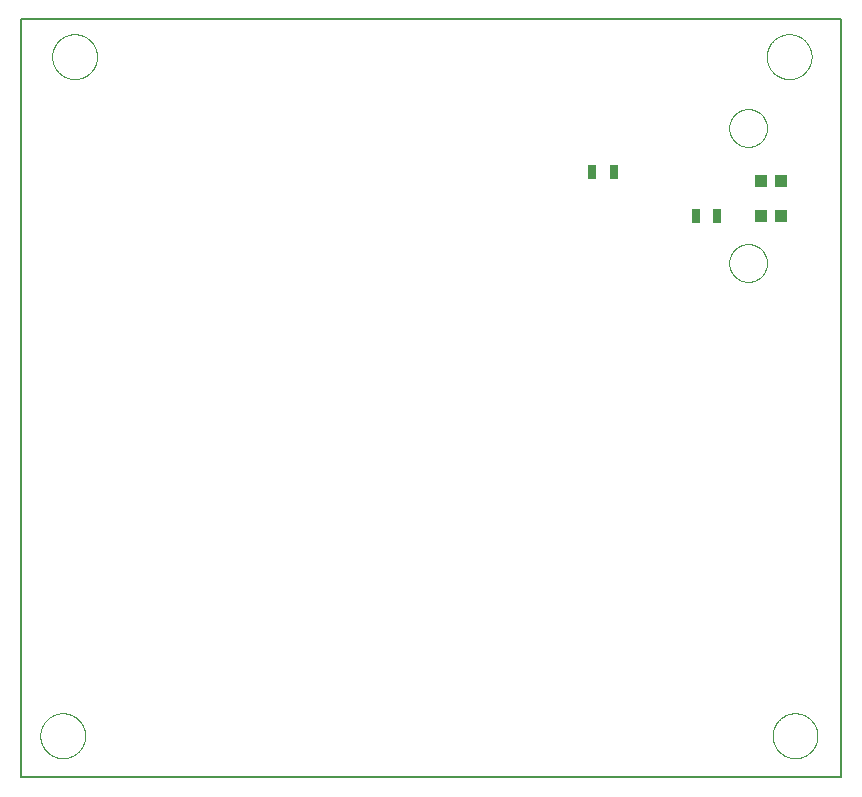
<source format=gbp>
G75*
%MOIN*%
%OFA0B0*%
%FSLAX25Y25*%
%IPPOS*%
%LPD*%
%AMOC8*
5,1,8,0,0,1.08239X$1,22.5*
%
%ADD10C,0.00600*%
%ADD11C,0.00000*%
%ADD12R,0.03150X0.04724*%
%ADD13R,0.03937X0.04331*%
D10*
X0015315Y0001300D02*
X0015315Y0253859D01*
X0288346Y0253859D01*
X0288346Y0001300D01*
X0015315Y0001300D01*
D11*
X0021614Y0015080D02*
X0021616Y0015264D01*
X0021623Y0015447D01*
X0021634Y0015630D01*
X0021650Y0015813D01*
X0021670Y0015996D01*
X0021695Y0016178D01*
X0021724Y0016359D01*
X0021758Y0016539D01*
X0021796Y0016719D01*
X0021838Y0016897D01*
X0021885Y0017075D01*
X0021936Y0017251D01*
X0021992Y0017426D01*
X0022051Y0017600D01*
X0022115Y0017772D01*
X0022183Y0017942D01*
X0022256Y0018111D01*
X0022332Y0018278D01*
X0022413Y0018443D01*
X0022497Y0018606D01*
X0022586Y0018767D01*
X0022678Y0018925D01*
X0022774Y0019082D01*
X0022875Y0019236D01*
X0022978Y0019387D01*
X0023086Y0019536D01*
X0023197Y0019682D01*
X0023312Y0019825D01*
X0023430Y0019966D01*
X0023552Y0020103D01*
X0023677Y0020238D01*
X0023805Y0020369D01*
X0023936Y0020497D01*
X0024071Y0020622D01*
X0024208Y0020744D01*
X0024349Y0020862D01*
X0024492Y0020977D01*
X0024638Y0021088D01*
X0024787Y0021196D01*
X0024938Y0021299D01*
X0025092Y0021400D01*
X0025249Y0021496D01*
X0025407Y0021588D01*
X0025568Y0021677D01*
X0025731Y0021761D01*
X0025896Y0021842D01*
X0026063Y0021918D01*
X0026232Y0021991D01*
X0026402Y0022059D01*
X0026574Y0022123D01*
X0026748Y0022182D01*
X0026923Y0022238D01*
X0027099Y0022289D01*
X0027277Y0022336D01*
X0027455Y0022378D01*
X0027635Y0022416D01*
X0027815Y0022450D01*
X0027996Y0022479D01*
X0028178Y0022504D01*
X0028361Y0022524D01*
X0028544Y0022540D01*
X0028727Y0022551D01*
X0028910Y0022558D01*
X0029094Y0022560D01*
X0029278Y0022558D01*
X0029461Y0022551D01*
X0029644Y0022540D01*
X0029827Y0022524D01*
X0030010Y0022504D01*
X0030192Y0022479D01*
X0030373Y0022450D01*
X0030553Y0022416D01*
X0030733Y0022378D01*
X0030911Y0022336D01*
X0031089Y0022289D01*
X0031265Y0022238D01*
X0031440Y0022182D01*
X0031614Y0022123D01*
X0031786Y0022059D01*
X0031956Y0021991D01*
X0032125Y0021918D01*
X0032292Y0021842D01*
X0032457Y0021761D01*
X0032620Y0021677D01*
X0032781Y0021588D01*
X0032939Y0021496D01*
X0033096Y0021400D01*
X0033250Y0021299D01*
X0033401Y0021196D01*
X0033550Y0021088D01*
X0033696Y0020977D01*
X0033839Y0020862D01*
X0033980Y0020744D01*
X0034117Y0020622D01*
X0034252Y0020497D01*
X0034383Y0020369D01*
X0034511Y0020238D01*
X0034636Y0020103D01*
X0034758Y0019966D01*
X0034876Y0019825D01*
X0034991Y0019682D01*
X0035102Y0019536D01*
X0035210Y0019387D01*
X0035313Y0019236D01*
X0035414Y0019082D01*
X0035510Y0018925D01*
X0035602Y0018767D01*
X0035691Y0018606D01*
X0035775Y0018443D01*
X0035856Y0018278D01*
X0035932Y0018111D01*
X0036005Y0017942D01*
X0036073Y0017772D01*
X0036137Y0017600D01*
X0036196Y0017426D01*
X0036252Y0017251D01*
X0036303Y0017075D01*
X0036350Y0016897D01*
X0036392Y0016719D01*
X0036430Y0016539D01*
X0036464Y0016359D01*
X0036493Y0016178D01*
X0036518Y0015996D01*
X0036538Y0015813D01*
X0036554Y0015630D01*
X0036565Y0015447D01*
X0036572Y0015264D01*
X0036574Y0015080D01*
X0036572Y0014896D01*
X0036565Y0014713D01*
X0036554Y0014530D01*
X0036538Y0014347D01*
X0036518Y0014164D01*
X0036493Y0013982D01*
X0036464Y0013801D01*
X0036430Y0013621D01*
X0036392Y0013441D01*
X0036350Y0013263D01*
X0036303Y0013085D01*
X0036252Y0012909D01*
X0036196Y0012734D01*
X0036137Y0012560D01*
X0036073Y0012388D01*
X0036005Y0012218D01*
X0035932Y0012049D01*
X0035856Y0011882D01*
X0035775Y0011717D01*
X0035691Y0011554D01*
X0035602Y0011393D01*
X0035510Y0011235D01*
X0035414Y0011078D01*
X0035313Y0010924D01*
X0035210Y0010773D01*
X0035102Y0010624D01*
X0034991Y0010478D01*
X0034876Y0010335D01*
X0034758Y0010194D01*
X0034636Y0010057D01*
X0034511Y0009922D01*
X0034383Y0009791D01*
X0034252Y0009663D01*
X0034117Y0009538D01*
X0033980Y0009416D01*
X0033839Y0009298D01*
X0033696Y0009183D01*
X0033550Y0009072D01*
X0033401Y0008964D01*
X0033250Y0008861D01*
X0033096Y0008760D01*
X0032939Y0008664D01*
X0032781Y0008572D01*
X0032620Y0008483D01*
X0032457Y0008399D01*
X0032292Y0008318D01*
X0032125Y0008242D01*
X0031956Y0008169D01*
X0031786Y0008101D01*
X0031614Y0008037D01*
X0031440Y0007978D01*
X0031265Y0007922D01*
X0031089Y0007871D01*
X0030911Y0007824D01*
X0030733Y0007782D01*
X0030553Y0007744D01*
X0030373Y0007710D01*
X0030192Y0007681D01*
X0030010Y0007656D01*
X0029827Y0007636D01*
X0029644Y0007620D01*
X0029461Y0007609D01*
X0029278Y0007602D01*
X0029094Y0007600D01*
X0028910Y0007602D01*
X0028727Y0007609D01*
X0028544Y0007620D01*
X0028361Y0007636D01*
X0028178Y0007656D01*
X0027996Y0007681D01*
X0027815Y0007710D01*
X0027635Y0007744D01*
X0027455Y0007782D01*
X0027277Y0007824D01*
X0027099Y0007871D01*
X0026923Y0007922D01*
X0026748Y0007978D01*
X0026574Y0008037D01*
X0026402Y0008101D01*
X0026232Y0008169D01*
X0026063Y0008242D01*
X0025896Y0008318D01*
X0025731Y0008399D01*
X0025568Y0008483D01*
X0025407Y0008572D01*
X0025249Y0008664D01*
X0025092Y0008760D01*
X0024938Y0008861D01*
X0024787Y0008964D01*
X0024638Y0009072D01*
X0024492Y0009183D01*
X0024349Y0009298D01*
X0024208Y0009416D01*
X0024071Y0009538D01*
X0023936Y0009663D01*
X0023805Y0009791D01*
X0023677Y0009922D01*
X0023552Y0010057D01*
X0023430Y0010194D01*
X0023312Y0010335D01*
X0023197Y0010478D01*
X0023086Y0010624D01*
X0022978Y0010773D01*
X0022875Y0010924D01*
X0022774Y0011078D01*
X0022678Y0011235D01*
X0022586Y0011393D01*
X0022497Y0011554D01*
X0022413Y0011717D01*
X0022332Y0011882D01*
X0022256Y0012049D01*
X0022183Y0012218D01*
X0022115Y0012388D01*
X0022051Y0012560D01*
X0021992Y0012734D01*
X0021936Y0012909D01*
X0021885Y0013085D01*
X0021838Y0013263D01*
X0021796Y0013441D01*
X0021758Y0013621D01*
X0021724Y0013801D01*
X0021695Y0013982D01*
X0021670Y0014164D01*
X0021650Y0014347D01*
X0021634Y0014530D01*
X0021623Y0014713D01*
X0021616Y0014896D01*
X0021614Y0015080D01*
X0251240Y0172658D02*
X0251242Y0172816D01*
X0251248Y0172974D01*
X0251258Y0173132D01*
X0251272Y0173290D01*
X0251290Y0173447D01*
X0251311Y0173604D01*
X0251337Y0173760D01*
X0251367Y0173916D01*
X0251400Y0174071D01*
X0251438Y0174224D01*
X0251479Y0174377D01*
X0251524Y0174529D01*
X0251573Y0174680D01*
X0251626Y0174829D01*
X0251682Y0174977D01*
X0251742Y0175123D01*
X0251806Y0175268D01*
X0251874Y0175411D01*
X0251945Y0175553D01*
X0252019Y0175693D01*
X0252097Y0175830D01*
X0252179Y0175966D01*
X0252263Y0176100D01*
X0252352Y0176231D01*
X0252443Y0176360D01*
X0252538Y0176487D01*
X0252635Y0176612D01*
X0252736Y0176734D01*
X0252840Y0176853D01*
X0252947Y0176970D01*
X0253057Y0177084D01*
X0253170Y0177195D01*
X0253285Y0177304D01*
X0253403Y0177409D01*
X0253524Y0177511D01*
X0253647Y0177611D01*
X0253773Y0177707D01*
X0253901Y0177800D01*
X0254031Y0177890D01*
X0254164Y0177976D01*
X0254299Y0178060D01*
X0254435Y0178139D01*
X0254574Y0178216D01*
X0254715Y0178288D01*
X0254857Y0178358D01*
X0255001Y0178423D01*
X0255147Y0178485D01*
X0255294Y0178543D01*
X0255443Y0178598D01*
X0255593Y0178649D01*
X0255744Y0178696D01*
X0255896Y0178739D01*
X0256049Y0178778D01*
X0256204Y0178814D01*
X0256359Y0178845D01*
X0256515Y0178873D01*
X0256671Y0178897D01*
X0256828Y0178917D01*
X0256986Y0178933D01*
X0257143Y0178945D01*
X0257302Y0178953D01*
X0257460Y0178957D01*
X0257618Y0178957D01*
X0257776Y0178953D01*
X0257935Y0178945D01*
X0258092Y0178933D01*
X0258250Y0178917D01*
X0258407Y0178897D01*
X0258563Y0178873D01*
X0258719Y0178845D01*
X0258874Y0178814D01*
X0259029Y0178778D01*
X0259182Y0178739D01*
X0259334Y0178696D01*
X0259485Y0178649D01*
X0259635Y0178598D01*
X0259784Y0178543D01*
X0259931Y0178485D01*
X0260077Y0178423D01*
X0260221Y0178358D01*
X0260363Y0178288D01*
X0260504Y0178216D01*
X0260643Y0178139D01*
X0260779Y0178060D01*
X0260914Y0177976D01*
X0261047Y0177890D01*
X0261177Y0177800D01*
X0261305Y0177707D01*
X0261431Y0177611D01*
X0261554Y0177511D01*
X0261675Y0177409D01*
X0261793Y0177304D01*
X0261908Y0177195D01*
X0262021Y0177084D01*
X0262131Y0176970D01*
X0262238Y0176853D01*
X0262342Y0176734D01*
X0262443Y0176612D01*
X0262540Y0176487D01*
X0262635Y0176360D01*
X0262726Y0176231D01*
X0262815Y0176100D01*
X0262899Y0175966D01*
X0262981Y0175830D01*
X0263059Y0175693D01*
X0263133Y0175553D01*
X0263204Y0175411D01*
X0263272Y0175268D01*
X0263336Y0175123D01*
X0263396Y0174977D01*
X0263452Y0174829D01*
X0263505Y0174680D01*
X0263554Y0174529D01*
X0263599Y0174377D01*
X0263640Y0174224D01*
X0263678Y0174071D01*
X0263711Y0173916D01*
X0263741Y0173760D01*
X0263767Y0173604D01*
X0263788Y0173447D01*
X0263806Y0173290D01*
X0263820Y0173132D01*
X0263830Y0172974D01*
X0263836Y0172816D01*
X0263838Y0172658D01*
X0263836Y0172500D01*
X0263830Y0172342D01*
X0263820Y0172184D01*
X0263806Y0172026D01*
X0263788Y0171869D01*
X0263767Y0171712D01*
X0263741Y0171556D01*
X0263711Y0171400D01*
X0263678Y0171245D01*
X0263640Y0171092D01*
X0263599Y0170939D01*
X0263554Y0170787D01*
X0263505Y0170636D01*
X0263452Y0170487D01*
X0263396Y0170339D01*
X0263336Y0170193D01*
X0263272Y0170048D01*
X0263204Y0169905D01*
X0263133Y0169763D01*
X0263059Y0169623D01*
X0262981Y0169486D01*
X0262899Y0169350D01*
X0262815Y0169216D01*
X0262726Y0169085D01*
X0262635Y0168956D01*
X0262540Y0168829D01*
X0262443Y0168704D01*
X0262342Y0168582D01*
X0262238Y0168463D01*
X0262131Y0168346D01*
X0262021Y0168232D01*
X0261908Y0168121D01*
X0261793Y0168012D01*
X0261675Y0167907D01*
X0261554Y0167805D01*
X0261431Y0167705D01*
X0261305Y0167609D01*
X0261177Y0167516D01*
X0261047Y0167426D01*
X0260914Y0167340D01*
X0260779Y0167256D01*
X0260643Y0167177D01*
X0260504Y0167100D01*
X0260363Y0167028D01*
X0260221Y0166958D01*
X0260077Y0166893D01*
X0259931Y0166831D01*
X0259784Y0166773D01*
X0259635Y0166718D01*
X0259485Y0166667D01*
X0259334Y0166620D01*
X0259182Y0166577D01*
X0259029Y0166538D01*
X0258874Y0166502D01*
X0258719Y0166471D01*
X0258563Y0166443D01*
X0258407Y0166419D01*
X0258250Y0166399D01*
X0258092Y0166383D01*
X0257935Y0166371D01*
X0257776Y0166363D01*
X0257618Y0166359D01*
X0257460Y0166359D01*
X0257302Y0166363D01*
X0257143Y0166371D01*
X0256986Y0166383D01*
X0256828Y0166399D01*
X0256671Y0166419D01*
X0256515Y0166443D01*
X0256359Y0166471D01*
X0256204Y0166502D01*
X0256049Y0166538D01*
X0255896Y0166577D01*
X0255744Y0166620D01*
X0255593Y0166667D01*
X0255443Y0166718D01*
X0255294Y0166773D01*
X0255147Y0166831D01*
X0255001Y0166893D01*
X0254857Y0166958D01*
X0254715Y0167028D01*
X0254574Y0167100D01*
X0254435Y0167177D01*
X0254299Y0167256D01*
X0254164Y0167340D01*
X0254031Y0167426D01*
X0253901Y0167516D01*
X0253773Y0167609D01*
X0253647Y0167705D01*
X0253524Y0167805D01*
X0253403Y0167907D01*
X0253285Y0168012D01*
X0253170Y0168121D01*
X0253057Y0168232D01*
X0252947Y0168346D01*
X0252840Y0168463D01*
X0252736Y0168582D01*
X0252635Y0168704D01*
X0252538Y0168829D01*
X0252443Y0168956D01*
X0252352Y0169085D01*
X0252263Y0169216D01*
X0252179Y0169350D01*
X0252097Y0169486D01*
X0252019Y0169623D01*
X0251945Y0169763D01*
X0251874Y0169905D01*
X0251806Y0170048D01*
X0251742Y0170193D01*
X0251682Y0170339D01*
X0251626Y0170487D01*
X0251573Y0170636D01*
X0251524Y0170787D01*
X0251479Y0170939D01*
X0251438Y0171092D01*
X0251400Y0171245D01*
X0251367Y0171400D01*
X0251337Y0171556D01*
X0251311Y0171712D01*
X0251290Y0171869D01*
X0251272Y0172026D01*
X0251258Y0172184D01*
X0251248Y0172342D01*
X0251242Y0172500D01*
X0251240Y0172658D01*
X0251240Y0217658D02*
X0251242Y0217816D01*
X0251248Y0217974D01*
X0251258Y0218132D01*
X0251272Y0218290D01*
X0251290Y0218447D01*
X0251311Y0218604D01*
X0251337Y0218760D01*
X0251367Y0218916D01*
X0251400Y0219071D01*
X0251438Y0219224D01*
X0251479Y0219377D01*
X0251524Y0219529D01*
X0251573Y0219680D01*
X0251626Y0219829D01*
X0251682Y0219977D01*
X0251742Y0220123D01*
X0251806Y0220268D01*
X0251874Y0220411D01*
X0251945Y0220553D01*
X0252019Y0220693D01*
X0252097Y0220830D01*
X0252179Y0220966D01*
X0252263Y0221100D01*
X0252352Y0221231D01*
X0252443Y0221360D01*
X0252538Y0221487D01*
X0252635Y0221612D01*
X0252736Y0221734D01*
X0252840Y0221853D01*
X0252947Y0221970D01*
X0253057Y0222084D01*
X0253170Y0222195D01*
X0253285Y0222304D01*
X0253403Y0222409D01*
X0253524Y0222511D01*
X0253647Y0222611D01*
X0253773Y0222707D01*
X0253901Y0222800D01*
X0254031Y0222890D01*
X0254164Y0222976D01*
X0254299Y0223060D01*
X0254435Y0223139D01*
X0254574Y0223216D01*
X0254715Y0223288D01*
X0254857Y0223358D01*
X0255001Y0223423D01*
X0255147Y0223485D01*
X0255294Y0223543D01*
X0255443Y0223598D01*
X0255593Y0223649D01*
X0255744Y0223696D01*
X0255896Y0223739D01*
X0256049Y0223778D01*
X0256204Y0223814D01*
X0256359Y0223845D01*
X0256515Y0223873D01*
X0256671Y0223897D01*
X0256828Y0223917D01*
X0256986Y0223933D01*
X0257143Y0223945D01*
X0257302Y0223953D01*
X0257460Y0223957D01*
X0257618Y0223957D01*
X0257776Y0223953D01*
X0257935Y0223945D01*
X0258092Y0223933D01*
X0258250Y0223917D01*
X0258407Y0223897D01*
X0258563Y0223873D01*
X0258719Y0223845D01*
X0258874Y0223814D01*
X0259029Y0223778D01*
X0259182Y0223739D01*
X0259334Y0223696D01*
X0259485Y0223649D01*
X0259635Y0223598D01*
X0259784Y0223543D01*
X0259931Y0223485D01*
X0260077Y0223423D01*
X0260221Y0223358D01*
X0260363Y0223288D01*
X0260504Y0223216D01*
X0260643Y0223139D01*
X0260779Y0223060D01*
X0260914Y0222976D01*
X0261047Y0222890D01*
X0261177Y0222800D01*
X0261305Y0222707D01*
X0261431Y0222611D01*
X0261554Y0222511D01*
X0261675Y0222409D01*
X0261793Y0222304D01*
X0261908Y0222195D01*
X0262021Y0222084D01*
X0262131Y0221970D01*
X0262238Y0221853D01*
X0262342Y0221734D01*
X0262443Y0221612D01*
X0262540Y0221487D01*
X0262635Y0221360D01*
X0262726Y0221231D01*
X0262815Y0221100D01*
X0262899Y0220966D01*
X0262981Y0220830D01*
X0263059Y0220693D01*
X0263133Y0220553D01*
X0263204Y0220411D01*
X0263272Y0220268D01*
X0263336Y0220123D01*
X0263396Y0219977D01*
X0263452Y0219829D01*
X0263505Y0219680D01*
X0263554Y0219529D01*
X0263599Y0219377D01*
X0263640Y0219224D01*
X0263678Y0219071D01*
X0263711Y0218916D01*
X0263741Y0218760D01*
X0263767Y0218604D01*
X0263788Y0218447D01*
X0263806Y0218290D01*
X0263820Y0218132D01*
X0263830Y0217974D01*
X0263836Y0217816D01*
X0263838Y0217658D01*
X0263836Y0217500D01*
X0263830Y0217342D01*
X0263820Y0217184D01*
X0263806Y0217026D01*
X0263788Y0216869D01*
X0263767Y0216712D01*
X0263741Y0216556D01*
X0263711Y0216400D01*
X0263678Y0216245D01*
X0263640Y0216092D01*
X0263599Y0215939D01*
X0263554Y0215787D01*
X0263505Y0215636D01*
X0263452Y0215487D01*
X0263396Y0215339D01*
X0263336Y0215193D01*
X0263272Y0215048D01*
X0263204Y0214905D01*
X0263133Y0214763D01*
X0263059Y0214623D01*
X0262981Y0214486D01*
X0262899Y0214350D01*
X0262815Y0214216D01*
X0262726Y0214085D01*
X0262635Y0213956D01*
X0262540Y0213829D01*
X0262443Y0213704D01*
X0262342Y0213582D01*
X0262238Y0213463D01*
X0262131Y0213346D01*
X0262021Y0213232D01*
X0261908Y0213121D01*
X0261793Y0213012D01*
X0261675Y0212907D01*
X0261554Y0212805D01*
X0261431Y0212705D01*
X0261305Y0212609D01*
X0261177Y0212516D01*
X0261047Y0212426D01*
X0260914Y0212340D01*
X0260779Y0212256D01*
X0260643Y0212177D01*
X0260504Y0212100D01*
X0260363Y0212028D01*
X0260221Y0211958D01*
X0260077Y0211893D01*
X0259931Y0211831D01*
X0259784Y0211773D01*
X0259635Y0211718D01*
X0259485Y0211667D01*
X0259334Y0211620D01*
X0259182Y0211577D01*
X0259029Y0211538D01*
X0258874Y0211502D01*
X0258719Y0211471D01*
X0258563Y0211443D01*
X0258407Y0211419D01*
X0258250Y0211399D01*
X0258092Y0211383D01*
X0257935Y0211371D01*
X0257776Y0211363D01*
X0257618Y0211359D01*
X0257460Y0211359D01*
X0257302Y0211363D01*
X0257143Y0211371D01*
X0256986Y0211383D01*
X0256828Y0211399D01*
X0256671Y0211419D01*
X0256515Y0211443D01*
X0256359Y0211471D01*
X0256204Y0211502D01*
X0256049Y0211538D01*
X0255896Y0211577D01*
X0255744Y0211620D01*
X0255593Y0211667D01*
X0255443Y0211718D01*
X0255294Y0211773D01*
X0255147Y0211831D01*
X0255001Y0211893D01*
X0254857Y0211958D01*
X0254715Y0212028D01*
X0254574Y0212100D01*
X0254435Y0212177D01*
X0254299Y0212256D01*
X0254164Y0212340D01*
X0254031Y0212426D01*
X0253901Y0212516D01*
X0253773Y0212609D01*
X0253647Y0212705D01*
X0253524Y0212805D01*
X0253403Y0212907D01*
X0253285Y0213012D01*
X0253170Y0213121D01*
X0253057Y0213232D01*
X0252947Y0213346D01*
X0252840Y0213463D01*
X0252736Y0213582D01*
X0252635Y0213704D01*
X0252538Y0213829D01*
X0252443Y0213956D01*
X0252352Y0214085D01*
X0252263Y0214216D01*
X0252179Y0214350D01*
X0252097Y0214486D01*
X0252019Y0214623D01*
X0251945Y0214763D01*
X0251874Y0214905D01*
X0251806Y0215048D01*
X0251742Y0215193D01*
X0251682Y0215339D01*
X0251626Y0215487D01*
X0251573Y0215636D01*
X0251524Y0215787D01*
X0251479Y0215939D01*
X0251438Y0216092D01*
X0251400Y0216245D01*
X0251367Y0216400D01*
X0251337Y0216556D01*
X0251311Y0216712D01*
X0251290Y0216869D01*
X0251272Y0217026D01*
X0251258Y0217184D01*
X0251248Y0217342D01*
X0251242Y0217500D01*
X0251240Y0217658D01*
X0263740Y0241457D02*
X0263742Y0241641D01*
X0263749Y0241824D01*
X0263760Y0242007D01*
X0263776Y0242190D01*
X0263796Y0242373D01*
X0263821Y0242555D01*
X0263850Y0242736D01*
X0263884Y0242916D01*
X0263922Y0243096D01*
X0263964Y0243274D01*
X0264011Y0243452D01*
X0264062Y0243628D01*
X0264118Y0243803D01*
X0264177Y0243977D01*
X0264241Y0244149D01*
X0264309Y0244319D01*
X0264382Y0244488D01*
X0264458Y0244655D01*
X0264539Y0244820D01*
X0264623Y0244983D01*
X0264712Y0245144D01*
X0264804Y0245302D01*
X0264900Y0245459D01*
X0265001Y0245613D01*
X0265104Y0245764D01*
X0265212Y0245913D01*
X0265323Y0246059D01*
X0265438Y0246202D01*
X0265556Y0246343D01*
X0265678Y0246480D01*
X0265803Y0246615D01*
X0265931Y0246746D01*
X0266062Y0246874D01*
X0266197Y0246999D01*
X0266334Y0247121D01*
X0266475Y0247239D01*
X0266618Y0247354D01*
X0266764Y0247465D01*
X0266913Y0247573D01*
X0267064Y0247676D01*
X0267218Y0247777D01*
X0267375Y0247873D01*
X0267533Y0247965D01*
X0267694Y0248054D01*
X0267857Y0248138D01*
X0268022Y0248219D01*
X0268189Y0248295D01*
X0268358Y0248368D01*
X0268528Y0248436D01*
X0268700Y0248500D01*
X0268874Y0248559D01*
X0269049Y0248615D01*
X0269225Y0248666D01*
X0269403Y0248713D01*
X0269581Y0248755D01*
X0269761Y0248793D01*
X0269941Y0248827D01*
X0270122Y0248856D01*
X0270304Y0248881D01*
X0270487Y0248901D01*
X0270670Y0248917D01*
X0270853Y0248928D01*
X0271036Y0248935D01*
X0271220Y0248937D01*
X0271404Y0248935D01*
X0271587Y0248928D01*
X0271770Y0248917D01*
X0271953Y0248901D01*
X0272136Y0248881D01*
X0272318Y0248856D01*
X0272499Y0248827D01*
X0272679Y0248793D01*
X0272859Y0248755D01*
X0273037Y0248713D01*
X0273215Y0248666D01*
X0273391Y0248615D01*
X0273566Y0248559D01*
X0273740Y0248500D01*
X0273912Y0248436D01*
X0274082Y0248368D01*
X0274251Y0248295D01*
X0274418Y0248219D01*
X0274583Y0248138D01*
X0274746Y0248054D01*
X0274907Y0247965D01*
X0275065Y0247873D01*
X0275222Y0247777D01*
X0275376Y0247676D01*
X0275527Y0247573D01*
X0275676Y0247465D01*
X0275822Y0247354D01*
X0275965Y0247239D01*
X0276106Y0247121D01*
X0276243Y0246999D01*
X0276378Y0246874D01*
X0276509Y0246746D01*
X0276637Y0246615D01*
X0276762Y0246480D01*
X0276884Y0246343D01*
X0277002Y0246202D01*
X0277117Y0246059D01*
X0277228Y0245913D01*
X0277336Y0245764D01*
X0277439Y0245613D01*
X0277540Y0245459D01*
X0277636Y0245302D01*
X0277728Y0245144D01*
X0277817Y0244983D01*
X0277901Y0244820D01*
X0277982Y0244655D01*
X0278058Y0244488D01*
X0278131Y0244319D01*
X0278199Y0244149D01*
X0278263Y0243977D01*
X0278322Y0243803D01*
X0278378Y0243628D01*
X0278429Y0243452D01*
X0278476Y0243274D01*
X0278518Y0243096D01*
X0278556Y0242916D01*
X0278590Y0242736D01*
X0278619Y0242555D01*
X0278644Y0242373D01*
X0278664Y0242190D01*
X0278680Y0242007D01*
X0278691Y0241824D01*
X0278698Y0241641D01*
X0278700Y0241457D01*
X0278698Y0241273D01*
X0278691Y0241090D01*
X0278680Y0240907D01*
X0278664Y0240724D01*
X0278644Y0240541D01*
X0278619Y0240359D01*
X0278590Y0240178D01*
X0278556Y0239998D01*
X0278518Y0239818D01*
X0278476Y0239640D01*
X0278429Y0239462D01*
X0278378Y0239286D01*
X0278322Y0239111D01*
X0278263Y0238937D01*
X0278199Y0238765D01*
X0278131Y0238595D01*
X0278058Y0238426D01*
X0277982Y0238259D01*
X0277901Y0238094D01*
X0277817Y0237931D01*
X0277728Y0237770D01*
X0277636Y0237612D01*
X0277540Y0237455D01*
X0277439Y0237301D01*
X0277336Y0237150D01*
X0277228Y0237001D01*
X0277117Y0236855D01*
X0277002Y0236712D01*
X0276884Y0236571D01*
X0276762Y0236434D01*
X0276637Y0236299D01*
X0276509Y0236168D01*
X0276378Y0236040D01*
X0276243Y0235915D01*
X0276106Y0235793D01*
X0275965Y0235675D01*
X0275822Y0235560D01*
X0275676Y0235449D01*
X0275527Y0235341D01*
X0275376Y0235238D01*
X0275222Y0235137D01*
X0275065Y0235041D01*
X0274907Y0234949D01*
X0274746Y0234860D01*
X0274583Y0234776D01*
X0274418Y0234695D01*
X0274251Y0234619D01*
X0274082Y0234546D01*
X0273912Y0234478D01*
X0273740Y0234414D01*
X0273566Y0234355D01*
X0273391Y0234299D01*
X0273215Y0234248D01*
X0273037Y0234201D01*
X0272859Y0234159D01*
X0272679Y0234121D01*
X0272499Y0234087D01*
X0272318Y0234058D01*
X0272136Y0234033D01*
X0271953Y0234013D01*
X0271770Y0233997D01*
X0271587Y0233986D01*
X0271404Y0233979D01*
X0271220Y0233977D01*
X0271036Y0233979D01*
X0270853Y0233986D01*
X0270670Y0233997D01*
X0270487Y0234013D01*
X0270304Y0234033D01*
X0270122Y0234058D01*
X0269941Y0234087D01*
X0269761Y0234121D01*
X0269581Y0234159D01*
X0269403Y0234201D01*
X0269225Y0234248D01*
X0269049Y0234299D01*
X0268874Y0234355D01*
X0268700Y0234414D01*
X0268528Y0234478D01*
X0268358Y0234546D01*
X0268189Y0234619D01*
X0268022Y0234695D01*
X0267857Y0234776D01*
X0267694Y0234860D01*
X0267533Y0234949D01*
X0267375Y0235041D01*
X0267218Y0235137D01*
X0267064Y0235238D01*
X0266913Y0235341D01*
X0266764Y0235449D01*
X0266618Y0235560D01*
X0266475Y0235675D01*
X0266334Y0235793D01*
X0266197Y0235915D01*
X0266062Y0236040D01*
X0265931Y0236168D01*
X0265803Y0236299D01*
X0265678Y0236434D01*
X0265556Y0236571D01*
X0265438Y0236712D01*
X0265323Y0236855D01*
X0265212Y0237001D01*
X0265104Y0237150D01*
X0265001Y0237301D01*
X0264900Y0237455D01*
X0264804Y0237612D01*
X0264712Y0237770D01*
X0264623Y0237931D01*
X0264539Y0238094D01*
X0264458Y0238259D01*
X0264382Y0238426D01*
X0264309Y0238595D01*
X0264241Y0238765D01*
X0264177Y0238937D01*
X0264118Y0239111D01*
X0264062Y0239286D01*
X0264011Y0239462D01*
X0263964Y0239640D01*
X0263922Y0239818D01*
X0263884Y0239998D01*
X0263850Y0240178D01*
X0263821Y0240359D01*
X0263796Y0240541D01*
X0263776Y0240724D01*
X0263760Y0240907D01*
X0263749Y0241090D01*
X0263742Y0241273D01*
X0263740Y0241457D01*
X0025551Y0241457D02*
X0025553Y0241641D01*
X0025560Y0241824D01*
X0025571Y0242007D01*
X0025587Y0242190D01*
X0025607Y0242373D01*
X0025632Y0242555D01*
X0025661Y0242736D01*
X0025695Y0242916D01*
X0025733Y0243096D01*
X0025775Y0243274D01*
X0025822Y0243452D01*
X0025873Y0243628D01*
X0025929Y0243803D01*
X0025988Y0243977D01*
X0026052Y0244149D01*
X0026120Y0244319D01*
X0026193Y0244488D01*
X0026269Y0244655D01*
X0026350Y0244820D01*
X0026434Y0244983D01*
X0026523Y0245144D01*
X0026615Y0245302D01*
X0026711Y0245459D01*
X0026812Y0245613D01*
X0026915Y0245764D01*
X0027023Y0245913D01*
X0027134Y0246059D01*
X0027249Y0246202D01*
X0027367Y0246343D01*
X0027489Y0246480D01*
X0027614Y0246615D01*
X0027742Y0246746D01*
X0027873Y0246874D01*
X0028008Y0246999D01*
X0028145Y0247121D01*
X0028286Y0247239D01*
X0028429Y0247354D01*
X0028575Y0247465D01*
X0028724Y0247573D01*
X0028875Y0247676D01*
X0029029Y0247777D01*
X0029186Y0247873D01*
X0029344Y0247965D01*
X0029505Y0248054D01*
X0029668Y0248138D01*
X0029833Y0248219D01*
X0030000Y0248295D01*
X0030169Y0248368D01*
X0030339Y0248436D01*
X0030511Y0248500D01*
X0030685Y0248559D01*
X0030860Y0248615D01*
X0031036Y0248666D01*
X0031214Y0248713D01*
X0031392Y0248755D01*
X0031572Y0248793D01*
X0031752Y0248827D01*
X0031933Y0248856D01*
X0032115Y0248881D01*
X0032298Y0248901D01*
X0032481Y0248917D01*
X0032664Y0248928D01*
X0032847Y0248935D01*
X0033031Y0248937D01*
X0033215Y0248935D01*
X0033398Y0248928D01*
X0033581Y0248917D01*
X0033764Y0248901D01*
X0033947Y0248881D01*
X0034129Y0248856D01*
X0034310Y0248827D01*
X0034490Y0248793D01*
X0034670Y0248755D01*
X0034848Y0248713D01*
X0035026Y0248666D01*
X0035202Y0248615D01*
X0035377Y0248559D01*
X0035551Y0248500D01*
X0035723Y0248436D01*
X0035893Y0248368D01*
X0036062Y0248295D01*
X0036229Y0248219D01*
X0036394Y0248138D01*
X0036557Y0248054D01*
X0036718Y0247965D01*
X0036876Y0247873D01*
X0037033Y0247777D01*
X0037187Y0247676D01*
X0037338Y0247573D01*
X0037487Y0247465D01*
X0037633Y0247354D01*
X0037776Y0247239D01*
X0037917Y0247121D01*
X0038054Y0246999D01*
X0038189Y0246874D01*
X0038320Y0246746D01*
X0038448Y0246615D01*
X0038573Y0246480D01*
X0038695Y0246343D01*
X0038813Y0246202D01*
X0038928Y0246059D01*
X0039039Y0245913D01*
X0039147Y0245764D01*
X0039250Y0245613D01*
X0039351Y0245459D01*
X0039447Y0245302D01*
X0039539Y0245144D01*
X0039628Y0244983D01*
X0039712Y0244820D01*
X0039793Y0244655D01*
X0039869Y0244488D01*
X0039942Y0244319D01*
X0040010Y0244149D01*
X0040074Y0243977D01*
X0040133Y0243803D01*
X0040189Y0243628D01*
X0040240Y0243452D01*
X0040287Y0243274D01*
X0040329Y0243096D01*
X0040367Y0242916D01*
X0040401Y0242736D01*
X0040430Y0242555D01*
X0040455Y0242373D01*
X0040475Y0242190D01*
X0040491Y0242007D01*
X0040502Y0241824D01*
X0040509Y0241641D01*
X0040511Y0241457D01*
X0040509Y0241273D01*
X0040502Y0241090D01*
X0040491Y0240907D01*
X0040475Y0240724D01*
X0040455Y0240541D01*
X0040430Y0240359D01*
X0040401Y0240178D01*
X0040367Y0239998D01*
X0040329Y0239818D01*
X0040287Y0239640D01*
X0040240Y0239462D01*
X0040189Y0239286D01*
X0040133Y0239111D01*
X0040074Y0238937D01*
X0040010Y0238765D01*
X0039942Y0238595D01*
X0039869Y0238426D01*
X0039793Y0238259D01*
X0039712Y0238094D01*
X0039628Y0237931D01*
X0039539Y0237770D01*
X0039447Y0237612D01*
X0039351Y0237455D01*
X0039250Y0237301D01*
X0039147Y0237150D01*
X0039039Y0237001D01*
X0038928Y0236855D01*
X0038813Y0236712D01*
X0038695Y0236571D01*
X0038573Y0236434D01*
X0038448Y0236299D01*
X0038320Y0236168D01*
X0038189Y0236040D01*
X0038054Y0235915D01*
X0037917Y0235793D01*
X0037776Y0235675D01*
X0037633Y0235560D01*
X0037487Y0235449D01*
X0037338Y0235341D01*
X0037187Y0235238D01*
X0037033Y0235137D01*
X0036876Y0235041D01*
X0036718Y0234949D01*
X0036557Y0234860D01*
X0036394Y0234776D01*
X0036229Y0234695D01*
X0036062Y0234619D01*
X0035893Y0234546D01*
X0035723Y0234478D01*
X0035551Y0234414D01*
X0035377Y0234355D01*
X0035202Y0234299D01*
X0035026Y0234248D01*
X0034848Y0234201D01*
X0034670Y0234159D01*
X0034490Y0234121D01*
X0034310Y0234087D01*
X0034129Y0234058D01*
X0033947Y0234033D01*
X0033764Y0234013D01*
X0033581Y0233997D01*
X0033398Y0233986D01*
X0033215Y0233979D01*
X0033031Y0233977D01*
X0032847Y0233979D01*
X0032664Y0233986D01*
X0032481Y0233997D01*
X0032298Y0234013D01*
X0032115Y0234033D01*
X0031933Y0234058D01*
X0031752Y0234087D01*
X0031572Y0234121D01*
X0031392Y0234159D01*
X0031214Y0234201D01*
X0031036Y0234248D01*
X0030860Y0234299D01*
X0030685Y0234355D01*
X0030511Y0234414D01*
X0030339Y0234478D01*
X0030169Y0234546D01*
X0030000Y0234619D01*
X0029833Y0234695D01*
X0029668Y0234776D01*
X0029505Y0234860D01*
X0029344Y0234949D01*
X0029186Y0235041D01*
X0029029Y0235137D01*
X0028875Y0235238D01*
X0028724Y0235341D01*
X0028575Y0235449D01*
X0028429Y0235560D01*
X0028286Y0235675D01*
X0028145Y0235793D01*
X0028008Y0235915D01*
X0027873Y0236040D01*
X0027742Y0236168D01*
X0027614Y0236299D01*
X0027489Y0236434D01*
X0027367Y0236571D01*
X0027249Y0236712D01*
X0027134Y0236855D01*
X0027023Y0237001D01*
X0026915Y0237150D01*
X0026812Y0237301D01*
X0026711Y0237455D01*
X0026615Y0237612D01*
X0026523Y0237770D01*
X0026434Y0237931D01*
X0026350Y0238094D01*
X0026269Y0238259D01*
X0026193Y0238426D01*
X0026120Y0238595D01*
X0026052Y0238765D01*
X0025988Y0238937D01*
X0025929Y0239111D01*
X0025873Y0239286D01*
X0025822Y0239462D01*
X0025775Y0239640D01*
X0025733Y0239818D01*
X0025695Y0239998D01*
X0025661Y0240178D01*
X0025632Y0240359D01*
X0025607Y0240541D01*
X0025587Y0240724D01*
X0025571Y0240907D01*
X0025560Y0241090D01*
X0025553Y0241273D01*
X0025551Y0241457D01*
X0265709Y0015080D02*
X0265711Y0015264D01*
X0265718Y0015447D01*
X0265729Y0015630D01*
X0265745Y0015813D01*
X0265765Y0015996D01*
X0265790Y0016178D01*
X0265819Y0016359D01*
X0265853Y0016539D01*
X0265891Y0016719D01*
X0265933Y0016897D01*
X0265980Y0017075D01*
X0266031Y0017251D01*
X0266087Y0017426D01*
X0266146Y0017600D01*
X0266210Y0017772D01*
X0266278Y0017942D01*
X0266351Y0018111D01*
X0266427Y0018278D01*
X0266508Y0018443D01*
X0266592Y0018606D01*
X0266681Y0018767D01*
X0266773Y0018925D01*
X0266869Y0019082D01*
X0266970Y0019236D01*
X0267073Y0019387D01*
X0267181Y0019536D01*
X0267292Y0019682D01*
X0267407Y0019825D01*
X0267525Y0019966D01*
X0267647Y0020103D01*
X0267772Y0020238D01*
X0267900Y0020369D01*
X0268031Y0020497D01*
X0268166Y0020622D01*
X0268303Y0020744D01*
X0268444Y0020862D01*
X0268587Y0020977D01*
X0268733Y0021088D01*
X0268882Y0021196D01*
X0269033Y0021299D01*
X0269187Y0021400D01*
X0269344Y0021496D01*
X0269502Y0021588D01*
X0269663Y0021677D01*
X0269826Y0021761D01*
X0269991Y0021842D01*
X0270158Y0021918D01*
X0270327Y0021991D01*
X0270497Y0022059D01*
X0270669Y0022123D01*
X0270843Y0022182D01*
X0271018Y0022238D01*
X0271194Y0022289D01*
X0271372Y0022336D01*
X0271550Y0022378D01*
X0271730Y0022416D01*
X0271910Y0022450D01*
X0272091Y0022479D01*
X0272273Y0022504D01*
X0272456Y0022524D01*
X0272639Y0022540D01*
X0272822Y0022551D01*
X0273005Y0022558D01*
X0273189Y0022560D01*
X0273373Y0022558D01*
X0273556Y0022551D01*
X0273739Y0022540D01*
X0273922Y0022524D01*
X0274105Y0022504D01*
X0274287Y0022479D01*
X0274468Y0022450D01*
X0274648Y0022416D01*
X0274828Y0022378D01*
X0275006Y0022336D01*
X0275184Y0022289D01*
X0275360Y0022238D01*
X0275535Y0022182D01*
X0275709Y0022123D01*
X0275881Y0022059D01*
X0276051Y0021991D01*
X0276220Y0021918D01*
X0276387Y0021842D01*
X0276552Y0021761D01*
X0276715Y0021677D01*
X0276876Y0021588D01*
X0277034Y0021496D01*
X0277191Y0021400D01*
X0277345Y0021299D01*
X0277496Y0021196D01*
X0277645Y0021088D01*
X0277791Y0020977D01*
X0277934Y0020862D01*
X0278075Y0020744D01*
X0278212Y0020622D01*
X0278347Y0020497D01*
X0278478Y0020369D01*
X0278606Y0020238D01*
X0278731Y0020103D01*
X0278853Y0019966D01*
X0278971Y0019825D01*
X0279086Y0019682D01*
X0279197Y0019536D01*
X0279305Y0019387D01*
X0279408Y0019236D01*
X0279509Y0019082D01*
X0279605Y0018925D01*
X0279697Y0018767D01*
X0279786Y0018606D01*
X0279870Y0018443D01*
X0279951Y0018278D01*
X0280027Y0018111D01*
X0280100Y0017942D01*
X0280168Y0017772D01*
X0280232Y0017600D01*
X0280291Y0017426D01*
X0280347Y0017251D01*
X0280398Y0017075D01*
X0280445Y0016897D01*
X0280487Y0016719D01*
X0280525Y0016539D01*
X0280559Y0016359D01*
X0280588Y0016178D01*
X0280613Y0015996D01*
X0280633Y0015813D01*
X0280649Y0015630D01*
X0280660Y0015447D01*
X0280667Y0015264D01*
X0280669Y0015080D01*
X0280667Y0014896D01*
X0280660Y0014713D01*
X0280649Y0014530D01*
X0280633Y0014347D01*
X0280613Y0014164D01*
X0280588Y0013982D01*
X0280559Y0013801D01*
X0280525Y0013621D01*
X0280487Y0013441D01*
X0280445Y0013263D01*
X0280398Y0013085D01*
X0280347Y0012909D01*
X0280291Y0012734D01*
X0280232Y0012560D01*
X0280168Y0012388D01*
X0280100Y0012218D01*
X0280027Y0012049D01*
X0279951Y0011882D01*
X0279870Y0011717D01*
X0279786Y0011554D01*
X0279697Y0011393D01*
X0279605Y0011235D01*
X0279509Y0011078D01*
X0279408Y0010924D01*
X0279305Y0010773D01*
X0279197Y0010624D01*
X0279086Y0010478D01*
X0278971Y0010335D01*
X0278853Y0010194D01*
X0278731Y0010057D01*
X0278606Y0009922D01*
X0278478Y0009791D01*
X0278347Y0009663D01*
X0278212Y0009538D01*
X0278075Y0009416D01*
X0277934Y0009298D01*
X0277791Y0009183D01*
X0277645Y0009072D01*
X0277496Y0008964D01*
X0277345Y0008861D01*
X0277191Y0008760D01*
X0277034Y0008664D01*
X0276876Y0008572D01*
X0276715Y0008483D01*
X0276552Y0008399D01*
X0276387Y0008318D01*
X0276220Y0008242D01*
X0276051Y0008169D01*
X0275881Y0008101D01*
X0275709Y0008037D01*
X0275535Y0007978D01*
X0275360Y0007922D01*
X0275184Y0007871D01*
X0275006Y0007824D01*
X0274828Y0007782D01*
X0274648Y0007744D01*
X0274468Y0007710D01*
X0274287Y0007681D01*
X0274105Y0007656D01*
X0273922Y0007636D01*
X0273739Y0007620D01*
X0273556Y0007609D01*
X0273373Y0007602D01*
X0273189Y0007600D01*
X0273005Y0007602D01*
X0272822Y0007609D01*
X0272639Y0007620D01*
X0272456Y0007636D01*
X0272273Y0007656D01*
X0272091Y0007681D01*
X0271910Y0007710D01*
X0271730Y0007744D01*
X0271550Y0007782D01*
X0271372Y0007824D01*
X0271194Y0007871D01*
X0271018Y0007922D01*
X0270843Y0007978D01*
X0270669Y0008037D01*
X0270497Y0008101D01*
X0270327Y0008169D01*
X0270158Y0008242D01*
X0269991Y0008318D01*
X0269826Y0008399D01*
X0269663Y0008483D01*
X0269502Y0008572D01*
X0269344Y0008664D01*
X0269187Y0008760D01*
X0269033Y0008861D01*
X0268882Y0008964D01*
X0268733Y0009072D01*
X0268587Y0009183D01*
X0268444Y0009298D01*
X0268303Y0009416D01*
X0268166Y0009538D01*
X0268031Y0009663D01*
X0267900Y0009791D01*
X0267772Y0009922D01*
X0267647Y0010057D01*
X0267525Y0010194D01*
X0267407Y0010335D01*
X0267292Y0010478D01*
X0267181Y0010624D01*
X0267073Y0010773D01*
X0266970Y0010924D01*
X0266869Y0011078D01*
X0266773Y0011235D01*
X0266681Y0011393D01*
X0266592Y0011554D01*
X0266508Y0011717D01*
X0266427Y0011882D01*
X0266351Y0012049D01*
X0266278Y0012218D01*
X0266210Y0012388D01*
X0266146Y0012560D01*
X0266087Y0012734D01*
X0266031Y0012909D01*
X0265980Y0013085D01*
X0265933Y0013263D01*
X0265891Y0013441D01*
X0265853Y0013621D01*
X0265819Y0013801D01*
X0265790Y0013982D01*
X0265765Y0014164D01*
X0265745Y0014347D01*
X0265729Y0014530D01*
X0265718Y0014713D01*
X0265711Y0014896D01*
X0265709Y0015080D01*
D12*
X0247205Y0188308D03*
X0240118Y0188308D03*
X0212756Y0203072D03*
X0205669Y0203072D03*
D13*
X0261969Y0200119D03*
X0268661Y0200119D03*
X0268661Y0188308D03*
X0261969Y0188308D03*
M02*

</source>
